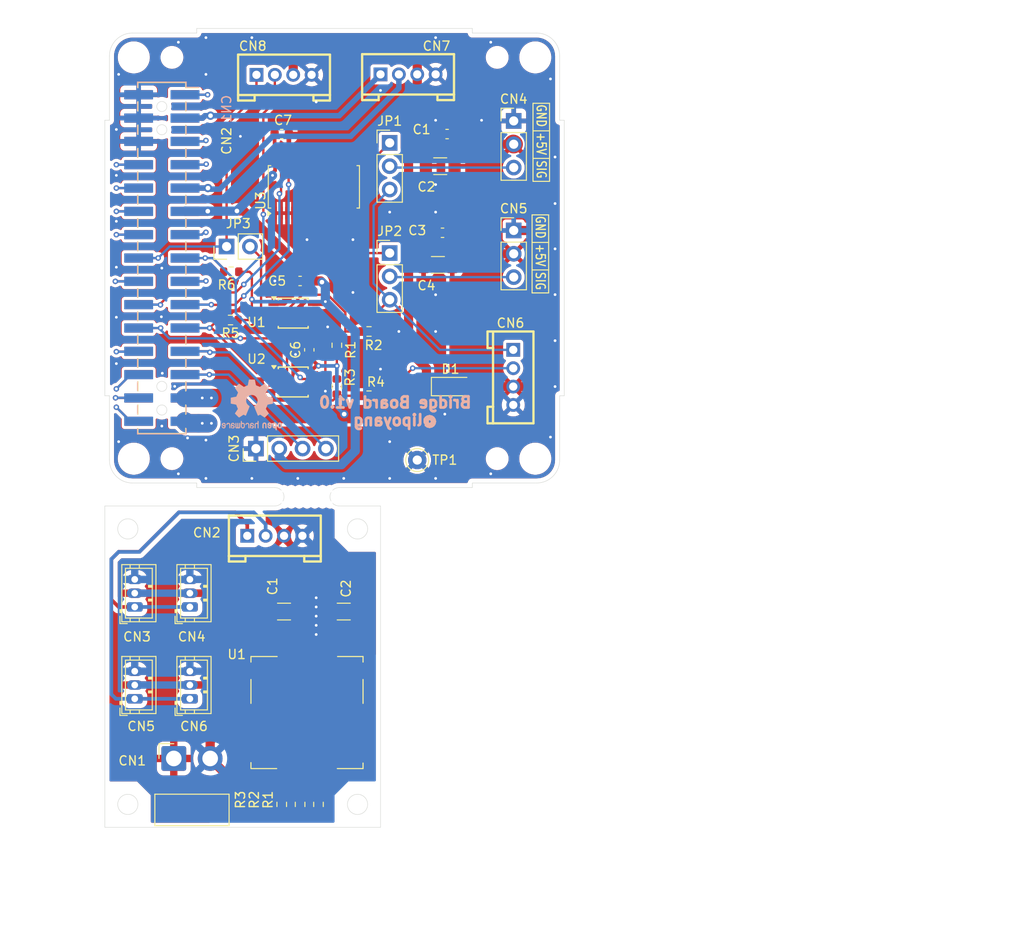
<source format=kicad_pcb>
(kicad_pcb (version 20241229) (generator "pcbnew") (generator_version "9.0")
  (title_block (date "2025-08-14") (rev "1.1"))
  (layers (0 "F.Cu" signal) (2 "B.Cu" signal) (13 "F.Paste" user) (15 "B.Paste" user) (5 "F.SilkS" user "F.Silkscreen") (7 "B.SilkS" user "B.Silkscreen") (1 "F.Mask" user) (3 "B.Mask" user) (25 "Edge.Cuts" user))
  (net 0 "")
  (net 1 "GND")
  (net 2 "+5V")
  (net 3 "/PIN30")
  (net 4 "/BAT")
  (net 5 "/PIN28")
  (net 6 "/PIN26")
  (net 7 "+3V3")
  (net 8 "+5VM")
  (net 9 "/PIN24")
  (net 10 "/RXD1")
  (net 11 "/TXD2")
  (net 12 "/RXD2")
  (net 13 "/PIN18")
  (net 14 "/PIN17")
  (net 15 "/PIN14")
  (net 16 "/PIN13")
  (net 17 "/PIN12")
  (net 18 "/PIN10")
  (net 19 "/PIN8")
  (net 20 "/PIN7")
  (net 21 "/PWM1")
  (net 22 "/PIN5")
  (net 23 "/PIN1")
  (net 24 "/ADC")
  (net 25 "/DAC")
  (net 26 "/TXD1")
  (net 27 "/PDM_CLK")
  (net 28 "/SDA")
  (net 29 "/PDM_DAT")
  (net 30 "/SCL")
  (net 31 "Net-(CN4-Pin_3)")
  (net 32 "Net-(CN5-Pin_3)")
  (net 33 "/SERIAL2")
  (net 34 "/SERIAL1")
  (net 35 "/PWM0")
  (net 36 "Net-(JP3-Pin_2)")
  (net 37 "Net-(R1-Pad2)")
  (net 38 "Net-(R3-Pad2)")
  (net 53 "VM")
  (net 54 "5VM")
  (net 55 "Net-(U1-TRIM)")
  (net 56 "Net-(R2-Pad2)")
  (footprint "OKL_T6_W12N:OKL-T_X-WXXN" (layer "F.Cu") (at 72 124.5)
    (property "Reference" "U1")
    (property "Value" "OKL-T/3-W12N")
  )
  (footprint "Capacitor_SMD:C_1206_3216Metric" (layer "F.Cu") (at 69.5 113.5)
    (property "Reference" "C1")
    (property "Value" "100u")
  )
  (footprint "Capacitor_SMD:C_0603_1608Metric" (layer "F.Cu") (at 86.75 72.25 180)
    (property "Reference" "C3")
    (property "Value" "0.1u")
  )
  (footprint "Resistor_SMD:R_0603_1608Metric" (layer "F.Cu") (at 71.25 134.5 90)
    (property "Reference" "R2")
    (property "Value" "330")
  )
  (footprint "m5-pantilt:mountinghole_M2_M3" (layer "F.Cu") (at 53.2 96.75 180)
    (property "Reference" "Hole3")
    (property "Value" "mountinghole_M2_M3")
  )
  (footprint "Connector_PinHeader_2.54mm:PinHeader_1x03_P2.54mm_Vertical" (layer "F.Cu") (at 81 62.46)
    (property "Reference" "JP1")
    (property "Value" "PinHeader")
  )
  (footprint "Connector_PinHeader_2.54mm:PinHeader_1x03_P2.54mm_Vertical" (layer "F.Cu") (at 94.5 72)
    (property "Reference" "CN5")
    (property "Value" "B3B-EH-A")
  )
  (footprint "Connector_PinHeader_2.54mm:PinHeader_1x04_P2.54mm_Vertical" (layer "F.Cu") (at 66.44 95.75 90)
    (property "Reference" "CN3")
    (property "Value" "PinHeader")
  )
  (footprint "Connector_PinHeader_2.54mm:PinHeader_1x03_P2.54mm_Vertical" (layer "F.Cu") (at 94.5 60.07)
    (property "Reference" "CN4")
    (property "Value" "B3B-EH-A")
  )
  (footprint "Connector_JST:JST_ZH_B3B-ZR_1x03_P1.50mm_Vertical" (layer "F.Cu") (at 59.25 123 90)
    (property "Reference" "CN6")
    (property "Value" "B3B-ZR")
  )
  (footprint "Connector_Pin:Pin_D1.0mm_L10.0mm" (layer "F.Cu") (at 84 97)
    (property "Reference" "TP1")
    (property "Value" "TestPin")
  )
  (footprint "Connector_PinHeader_2.54mm:PinHeader_1x03_P2.54mm_Vertical" (layer "F.Cu") (at 81 74.46)
    (property "Reference" "JP2")
    (property "Value" "PinHeader")
  )
  (footprint "Package_SO:TSSOP-8_3x3mm_P0.65mm" (layer "F.Cu") (at 70.5 81)
    (property "Reference" "U1")
    (property "Value" "74LVC2G125")
  )
  (footprint "Panelize:Mouse_Bite_2mm_5mm" (layer "F.Cu") (at 72 101)
    (property "Reference" "REF**" (hide yes))
    (property "Value" "Mouse_Bite_2mm_5mm")
  )
  (footprint "Grove:GROVE-HW4-2.0" (layer "F.Cu") (at 68.5 105.25)
    (property "Reference" "CN2")
    (property "Value" "Grove")
  )
  (footprint "Package_SO:TSSOP-8_3x3mm_P0.65mm" (layer "F.Cu") (at 70.5 88.5)
    (property "Reference" "U2")
    (property "Value" "74HCT2G125")
  )
  (footprint "Connector_JST:JST_ZH_B3B-ZR_1x03_P1.50mm_Vertical" (layer "F.Cu") (at 53.25 123 90)
    (property "Reference" "CN5")
    (property "Value" "B3B-ZR")
  )
  (footprint "Capacitor_SMD:C_1206_3216Metric_Pad1.33x1.80mm_HandSolder" (layer "F.Cu") (at 86.5 65)
    (property "Reference" "C2")
    (property "Value" "100u")
  )
  (footprint "Capacitor_SMD:C_0603_1608Metric" (layer "F.Cu") (at 72.25 85 90)
    (property "Reference" "C6")
    (property "Value" "0.1u")
  )
  (footprint "Grove:GROVE-HW4-2.0" (layer "F.Cu") (at 69.5 55.05)
    (property "Reference" "CN8")
    (property "Value" "Grove")
  )
  (footprint "Capacitor_SMD:C_1206_3216Metric" (layer "F.Cu") (at 76 113.5 180)
    (property "Reference" "C2")
    (property "Value" "100u")
  )
  (footprint "Connector_JST:JST_ZH_B3B-ZR_1x03_P1.50mm_Vertical" (layer "F.Cu") (at 53.25 113 90)
    (property "Reference" "CN3")
    (property "Value" "B3B-ZR")
  )
  (footprint "m5-pantilt:mountinghole_M2_M3" (layer "F.Cu") (at 96.8 96.95)
    (property "Reference" "Hole2")
    (property "Value" "mountinghole_M2_M3")
  )
  (footprint "Capacitor_SMD:C_1206_3216Metric_Pad1.33x1.80mm_HandSolder" (layer "F.Cu") (at 86.25 75.75 180)
    (property "Reference" "C4")
    (property "Value" "100u")
  )
  (footprint "Resistor_SMD:R_0603_1608Metric" (layer "F.Cu") (at 78.75 83 180)
    (property "Reference" "R2")
    (property "Value" "100")
  )
  (footprint "Capacitor_SMD:C_0603_1608Metric" (layer "F.Cu") (at 69.25 61.5)
    (property "Reference" "C7")
    (property "Value" "0.1u")
  )
  (footprint "Resistor_SMD:R_0603_1608Metric" (layer "F.Cu") (at 75.25 84.5 90)
    (property "Reference" "R1")
    (property "Value" "1k")
  )
  (footprint "Grove:GROVE-HW4-2.0" (layer "F.Cu") (at 83 55)
    (property "Reference" "CN7")
    (property "Value" "Grove")
  )
  (footprint "Connector_PinSocket_2.54mm:PinSocket_2x15_P2.54mm_Vertical_SMD" (layer "F.Cu") (at 56.2 75)
    (property "Reference" "CN2")
    (property "Value" "PinSocket")
  )
  (footprint "Connector_JST:JST_VH_B2PS-VH_1x02_P3.96mm_Horizontal" (layer "F.Cu") (at 57.5 129.5)
    (property "Reference" "CN1")
    (property "Value" "B2PS-VH")
  )
  (footprint "Package_SO:TSSOP-28_4.4x9.7mm_P0.65mm" (layer "F.Cu") (at 72.75 67.25 90)
    (property "Reference" "U3")
    (property "Value" "PCA9685PW")
  )
  (footprint "Connector_PinHeader_2.54mm:PinHeader_1x02_P2.54mm_Vertical" (layer "F.Cu") (at 63.25 73.75 90)
    (property "Reference" "JP3")
    (property "Value" "Conn_01x02_Pin")
  )
  (footprint "Resistor_SMD:R_0603_1608Metric" (layer "F.Cu") (at 75.25 89 -90)
    (property "Reference" "R3")
    (property "Value" "1k")
  )
  (footprint "Grove:GROVE-HW4-2.0" (layer "F.Cu") (at 94.45 88 -90)
    (property "Reference" "CN6")
    (property "Value" "Grove")
  )
  (footprint "m5-pantilt:mountinghole_M2_M3" (layer "F.Cu") (at 96.8 53.25)
    (property "Reference" "Hole1")
    (property "Value" "mountinghole_M2_M3")
  )
  (footprint "Resistor_SMD:R_0603_1608Metric" (layer "F.Cu") (at 73.25 134.5 -90)
    (property "Reference" "R1")
    (property "Value" "1k")
  )
  (footprint "Capacitor_SMD:C_0603_1608Metric" (layer "F.Cu") (at 71.25 77.5 180)
    (property "Reference" "C5")
    (property "Value" "0.1u")
  )
  (footprint "Resistor_SMD:R_0603_1608Metric" (layer "F.Cu") (at 78.75 90 180)
    (property "Reference" "R4")
    (property "Value" "100")
  )
  (footprint "Connector_JST:JST_ZH_B3B-ZR_1x03_P1.50mm_Vertical" (layer "F.Cu") (at 59.25 113 90)
    (property "Reference" "CN4")
    (property "Value" "B3B-ZR")
  )
  (footprint "Capacitor_SMD:C_0603_1608Metric" (layer "F.Cu") (at 87.25 61.5 180)
    (property "Reference" "C1")
    (property "Value" "0.1u")
  )
  (footprint "Resistor_SMD:R_0603_1608Metric" (layer "F.Cu") (at 63.675 81.75 180)
    (property "Reference" "R5")
    (property "Value" "1k")
  )
  (footprint "m5-pantilt:mountinghole_M2_M3" (layer "F.Cu") (at 53.2 53.05 180)
    (property "Reference" "Hole4")
    (property "Value" "mountinghole_M2_M3")
  )
  (footprint "Resistor_SMD:R_0603_1608Metric" (layer "F.Cu") (at 63.75 76.5 180)
    (property "Reference" "R6")
    (property "Value" "1k")
  )
  (footprint "Diode_SMD:D_SOD-123F" (layer "F.Cu") (at 87.75 89)
    (property "Reference" "D1")
    (property "Value" "SS2040FL")
  )
  (footprint "Resistor_SMD:R_0603_1608Metric" (layer "F.Cu") (at 69.25 134.5 -90)
    (property "Reference" "R3")
    (property "Value" "10")
  )
  (footprint "Connector_PinHeader_2.54mm:PinHeader_2x15_P2.54mm_Vertical_SMD" (layer "B.Cu") (at 56.2 75 180)
    (property "Reference" "CN1")
    (property "Value" "PinHeader")
  )
  (footprint "Symbol:OSHW-Logo2_7.3x6mm_SilkScreen" (layer "B.Cu") (at 66 91 180)
    (property "Reference" "REF**" (hide yes))
    (property "Value" "OSHW-Logo2_7.3x6mm_SilkScreen" (hide yes))
  )
  (gr_line (start 98.3 76.3) (end 96.5 76.3) (stroke (width 0.12)) (layer "F.SilkS"))
  (gr_line (start 98.4 61.15) (end 96.6 61.15) (stroke (width 0.12)) (layer "F.SilkS"))
  (gr_line (start 96.6 66.65) (end 98.4 66.65) (stroke (width 0.12)) (layer "F.SilkS"))
  (gr_line (start 98.4 58.15) (end 96.6 58.15) (stroke (width 0.12)) (layer "F.SilkS"))
  (gr_line (start 98.3 70.3) (end 98.3 78.8) (stroke (width 0.12)) (layer "F.SilkS"))
  (gr_line (start 98.4 64.15) (end 96.6 64.15) (stroke (width 0.12)) (layer "F.SilkS"))
  (gr_line (start 96.5 78.8) (end 98.3 78.8) (stroke (width 0.12)) (layer "F.SilkS"))
  (gr_line (start 98.3 70.3) (end 96.5 70.3) (stroke (width 0.12)) (layer "F.SilkS"))
  (gr_line (start 98.4 58.15) (end 98.4 66.65) (stroke (width 0.12)) (layer "F.SilkS"))
  (gr_line (start 96.6 58.15) (end 96.6 66.65) (stroke (width 0.12)) (layer "F.SilkS"))
  (gr_line (start 96.5 70.3) (end 96.5 78.8) (stroke (width 0.12)) (layer "F.SilkS"))
  (gr_line (start 98.3 73.3) (end 96.5 73.3) (stroke (width 0.12)) (layer "F.SilkS"))
  (gr_line (start 97 50.5) (end 90 50.5) (stroke (width 0.05)) (layer "Edge.Cuts"))
  (gr_line (start 80 102) (end 80 137) (stroke (width 0.05)) (layer "Edge.Cuts"))
  (gr_circle (center 77.5 134.5) (end 78.6 134.5) (stroke (width 0.05)) (fill no) (layer "Edge.Cuts"))
  (gr_line (start 60 50) (end 90 50) (stroke (width 0.05)) (layer "Edge.Cuts"))
  (gr_circle (center 56.2 91.55) (end 56.75 91.55) (stroke (width 0.05)) (fill no) (layer "Edge.Cuts"))
  (gr_line (start 50 60) (end 50.5 60) (stroke (width 0.05)) (layer "Edge.Cuts"))
  (gr_line (start 50.5 97) (end 50.5 90) (stroke (width 0.05)) (layer "Edge.Cuts"))
  (gr_line (start 60 100) (end 68.5 100) (stroke (width 0.05)) (layer "Edge.Cuts"))
  (gr_line (start 50 137) (end 50 102) (stroke (width 0.05)) (layer "Edge.Cuts"))
  (gr_circle (center 77.5 104.5) (end 78.6 104.5) (stroke (width 0.05)) (fill no) (layer "Edge.Cuts"))
  (gr_line (start 80 137) (end 50 137) (stroke (width 0.05)) (layer "Edge.Cuts"))
  (gr_arc (start 53 99.5) (mid 51.232233 98.767767) (end 50.5 97) (stroke (width 0.05)) (layer "Edge.Cuts"))
  (gr_line (start 99.5 90) (end 100 90) (stroke (width 0.05)) (layer "Edge.Cuts"))
  (gr_line (start 50 90) (end 50 60) (stroke (width 0.05)) (layer "Edge.Cuts"))
  (gr_line (start 60 99.5) (end 60 100) (stroke (width 0.05)) (layer "Edge.Cuts"))
  (gr_arc (start 68.5 100) (mid 69.5 101) (end 68.5 102) (stroke (width 0.05)) (layer "Edge.Cuts"))
  (gr_line (start 75.5 100) (end 90 100) (stroke (width 0.05)) (layer "Edge.Cuts"))
  (gr_line (start 90 50) (end 90 50.5) (stroke (width 0.05)) (layer "Edge.Cuts"))
  (gr_arc (start 50.5 53) (mid 51.232233 51.232233) (end 53 50.5) (stroke (width 0.05)) (layer "Edge.Cuts"))
  (gr_arc (start 97 50.5) (mid 98.767767 51.232233) (end 99.5 53) (stroke (width 0.05)) (layer "Edge.Cuts"))
  (gr_circle (center 56.2 88.9764) (end 56.75 88.9764) (stroke (width 0.05)) (fill no) (layer "Edge.Cuts"))
  (gr_line (start 99.5 60) (end 100 60) (stroke (width 0.05)) (layer "Edge.Cuts"))
  (gr_circle (center 56.2 58.5) (end 56.75 58.5) (stroke (width 0.05)) (fill no) (layer "Edge.Cuts"))
  (gr_arc (start 75.5 102) (mid 74.5 101) (end 75.5 100) (stroke (width 0.05)) (layer "Edge.Cuts"))
  (gr_line (start 99.5 97) (end 99.5 90) (stroke (width 0.05)) (layer "Edge.Cuts"))
  (gr_line (start 99.5 53) (end 99.5 60) (stroke (width 0.05)) (layer "Edge.Cuts"))
  (gr_circle (center 52.5 134.5) (end 53.6 134.5) (stroke (width 0.05)) (fill no) (layer "Edge.Cuts"))
  (gr_line (start 53 99.5) (end 60 99.5) (stroke (width 0.05)) (layer "Edge.Cuts"))
  (gr_line (start 50.5 90) (end 50 90) (stroke (width 0.05)) (layer "Edge.Cuts"))
  (gr_line (start 50.5 53) (end 50.5 60) (stroke (width 0.05)) (layer "Edge.Cuts"))
  (gr_line (start 75.5 102) (end 80 102) (stroke (width 0.05)) (layer "Edge.Cuts"))
  (gr_line (start 50 102) (end 68.5 102) (stroke (width 0.05)) (layer "Edge.Cuts"))
  (gr_line (start 60 50) (end 60 50.5) (stroke (width 0.05)) (layer "Edge.Cuts"))
  (gr_line (start 97 99.5) (end 90 99.5) (stroke (width 0.05)) (layer "Edge.Cuts"))
  (gr_line (start 90 99.5) (end 90 100) (stroke (width 0.05)) (layer "Edge.Cuts"))
  (gr_circle (center 56.2 61.029563) (end 56.75 61.029563) (stroke (width 0.05)) (fill no) (layer "Edge.Cuts"))
  (gr_line (start 53 50.5) (end 60 50.5) (stroke (width 0.05)) (layer "Edge.Cuts"))
  (gr_line (start 100 60) (end 100 90) (stroke (width 0.05)) (layer "Edge.Cuts"))
  (gr_arc (start 99.5 97) (mid 98.767767 98.767767) (end 97 99.5) (stroke (width 0.05)) (layer "Edge.Cuts"))
  (gr_circle (center 52.5 104.5) (end 53.6 104.5) (stroke (width 0.05)) (fill no) (layer "Edge.Cuts"))
  (gr_text "GND +5V SIG" (at 97.5 62.3 270) (layer "F.SilkS") (effects (font (size 1 0.8))))
  (gr_text "GND +5V SIG" (at 97.4 74.45 270) (layer "F.SilkS") (effects (font (size 1 0.8))))
  (gr_text "Bridge Board v1.0\n@lipoyang" (at 81.6 91.7 0) (layer "B.SilkS") (effects (font (size 1.2 1.2) (thickness 0.3)) (justify mirror)))
  (segment (start 61.46 129.5) (end 64.46 132.5) (width 1) (layer "F.Cu") (net 1))
  (segment (start 72.6125 89.475) (end 73.975 89.475) (width 0.254) (layer "F.Cu") (net 1))
  (segment (start 74.29 119.02) (end 74.29 115.235) (width 0.8) (layer "F.Cu") (net 1))
  (segment (start 73.975 89.475) (end 74 89.5) (width 0.254) (layer "F.Cu") (net 1))
  (segment (start 67.5 132.5) (end 67.5 134.5) (width 0.6) (layer "F.Cu") (net 1))
  (segment (start 66.5 88.5) (end 66.5 89.25) (width 0.254) (layer "F.Cu") (net 1))
  (segment (start 71.25 132.5) (end 67.5 132.5) (width 1) (layer "F.Cu") (net 1))
  (segment (start 94.5 72) (end 98.25 72) (width 1) (layer "F.Cu") (net 1))
  (segment (start 67.5 134.5) (end 68.325 135.325) (width 0.6) (layer "F.Cu") (net 1))
  (segment (start 61.46 127.590812) (end 64.550812 124.5) (width 1) (layer "F.Cu") (net 1))
  (segment (start 74.25 81.42953) (end 74.25 82.5) (width 0.254) (layer "F.Cu") (net 1))
  (segment (start 73.49547 80.675) (end 74.25 81.42953) (width 0.254) (layer "F.Cu") (net 1))
  (segment (start 72 119.02) (end 72 116.025) (width 0.8) (layer "F.Cu") (net 1))
  (segment (start 66.5 132.5) (end 67.5 132.5) (width 1) (layer "F.Cu") (net 1))
  (segment (start 66.825 88.175) (end 66.5 88.5) (width 0.254) (layer "F.Cu") (net 1))
  (segment (start 72 116.025) (end 70.975 115) (width 0.8) (layer "F.Cu") (net 1))
  (segment (start 66.725 89.475) (end 68.3875 89.475) (width 0.254) (layer "F.Cu") (net 1))
  (segment (start 68.325 135.325) (end 69.25 135.325) (width 0.6) (layer "F.Cu") (net 1))
  (segment (start 68.3875 77.6125) (end 68.5 77.5) (width 0.254) (layer "F.Cu") (net 1))
  (segment (start 74.525 113.5) (end 74.525 115) (width 0.8) (layer "F.Cu") (net 1))
  (segment (start 68.3875 80.025) (end 68.3875 77.6125) (width 0.254) (layer "F.Cu") (net 1))
  (segment (start 72 131.75) (end 71.25 132.5) (width 1) (layer "F.Cu") (net 1))
  (segment (start 64.46 132.5) (end 66.5 132.5) (width 1) (layer "F.Cu") (net 1))
  (segment (start 68.3875 88.175) (end 66.825 88.175) (width 0.254) (layer "F.Cu") (net 1))
  (segment (start 74.29 115.235) (end 74.525 115) (width 0.8) (layer "F.Cu") (net 1))
  (segment (start 64.550812 124.5) (end 66.4 124.5) (width 1) (layer "F.Cu") (net 1))
  (segment (start 61.46 129.5) (end 61.46 127.590812) (width 1) (layer "F.Cu") (net 1))
  (segment (start 72 129.98) (end 72 131.75) (width 1) (layer "F.Cu") (net 1))
  (segment (start 72.6125 80.675) (end 73.49547 80.675) (width 0.254) (layer "F.Cu") (net 1))
  (segment (start 70.975 113.5) (end 70.975 115) (width 0.8) (layer "F.Cu") (net 1))
  (segment (start 66.5 89.25) (end 66.725 89.475) (width 0.254) (layer "F.Cu") (net 1))
  (via (at 73 115) (size 0.6) (drill 0.3) (layers "F.Cu" "B.Cu") (net 1))
  (via (at 91 60) (size 0.6) (drill 0.3) (layers "F.Cu" "B.Cu") (net 1))
  (via (at 61 55) (size 0.6) (drill 0.3) (layers "F.Cu" "B.Cu") (net 1))
  (via (at 61 99) (size 0.6) (drill 0.3) (layers "F.Cu" "B.Cu") (net 1))
  (via (at 86 60) (size 0.6) (drill 0.3) (layers "F.Cu" "B.Cu") (net 1))
  (via (at 56.2 93.3) (size 0.6) (drill 0.3) (layers "F.Cu" "B.Cu") (net 1))
  (via (at 99 89) (size 0.6) (drill 0.3) (layers "F.Cu" "B.Cu") (net 1))
  (via (at 51.25 86.5) (size 0.6) (drill 0.3) (layers "F.Cu" "B.Cu") (net 1))
  (via (at 73 58) (size 0.6) (drill 0.3) (layers "F.Cu" "B.Cu") (net 1))
  (via (at 82 83) (size 0.6) (drill 0.3) (layers "F.Cu" "B.Cu") (net 1))
  (via (at 58 98.5) (size 0.6) (drill 0.3) (layers "F.Cu" "B.Cu") (net 1))
  (via (at 51.5 55) (size 0.6) (drill 0.3) (layers "F.Cu" "B.Cu") (net 1))
  (via (at 51.25 61) (size 0.6) (drill 0.3) (layers "F.Cu" "B.Cu") (net 1))
  (via (at 56.2 76.1) (size 0.6) (drill 0.3) (layers "F.Cu" "B.Cu") (net 1))
  (via (at 61 94.83) (size 0.6) (drill 0.3) (layers "F.Cu" "B.Cu") (net 1))
  (via (at 66 99) (size 0.6) (drill 0.3) (layers "F.Cu" "B.Cu") (net 1))
  (via (at 74 89.5) (size 0.6) (drill 0.3) (layers "F.Cu" "B.Cu") (net 1))
  (via (at 70.75 85.5) (size 0.6) (drill 0.3) (layers "F.Cu" "B.Cu") (net 1))
  (via (at 74.25 82.5) (size 0.6) (drill 0.3) (layers "F.Cu" "B.Cu") (net 1))
  (via (at 58 51.5) (size 0.6) (drill 0.3) (layers "F.Cu" "B.Cu") (net 1))
  (via (at 51.25 71) (size 0.6) (drill 0.3) (layers "F.Cu" "B.Cu") (net 1))
  (via (at 51.25 81.45) (size 0.6) (drill 0.3) (layers "F.Cu" "B.Cu") (net 1))
  (via (at 66 51) (size 0.6) (drill 0.3) (layers "F.Cu" "B.Cu") (net 1))
  (via (at 73 113) (size 0.6) (drill 0.3) (layers "F.Cu" "B.Cu") (net 1))
  (via (at 86 99) (size 0.6) (drill 0.3) (layers "F.Cu" "B.Cu") (net 1))
  (via (at 57.6 88.9764) (size 0.6) (drill 0.3) (layers "F.Cu" "B.Cu") (net 1))
  (via (at 99 69.068759) (size 0.6) (drill 0.3) (layers "F.Cu" "B.Cu") (net 1))
  (via (at 99 74) (size 0.6) (drill 0.3) (layers "F.Cu" "B.Cu") (net 1))
  (via (at 81 70) (size 0.6) (drill 0.3) (layers "F.Cu" "B.Cu") (net 1))
  (via (at 81 99) (size 0.6) (drill 0.3) (layers "F.Cu" "B.Cu") (net 1))
  (via (at 73 112) (size 0.6) (drill 0.3) (layers "F.Cu" "B.Cu") (net 1))
  (via (at 56.25 87.55) (size 0.6) (drill 0.3) (layers "F.Cu" "B.Cu") (net 1))
  (via (at 86 83) (size 0.6) (drill 0.3) (layers "F.Cu" "B.Cu") (net 1))
  (via (at 77 78.75) (size 0.6) (drill 0.3) (layers "F.Cu" "B.Cu") (net 1))
  (via (at 56.15 81.4) (size 0.6) (drill 0.3) (layers "F.Cu" "B.Cu") (net 1))
  (via (at 98.5 55.5) (size 0.6) (drill 0.3) (layers "F.Cu" "B.Cu") (net 1))
  (via (at 59 94.6) (size 0.6) (drill 0.3) (layers "F.Cu" "B.Cu") (net 1))
  (via (at 81 95) (size 0.6) (drill 0.3) (layers "F.Cu" "B.Cu") (net 1))
  (via (at 68.5 77.5) (size 0.6) (drill 0.3) (layers "F.Cu" "B.Cu") (net 1))
  (via (at 80 87.097227) (size 0.6) (drill 0.3) (layers "F.Cu" "B.Cu") (net 1))
  (via (at 86 67) (size 0.6) (drill 0.3) (layers "F.Cu" "B.Cu") (net 1))
  (via (at 99 64) (size 0.6) (drill 0.3) (layers "F.Cu" "B.Cu") (net 1))
  (via (at 92 98.5) (size 0.6) (drill 0.3) (layers "F.Cu" "B.Cu") (net 1))
  (via (at 73 114) (size 0.6) (drill 0.3) (layers "F.Cu" "B.Cu") (net 1))
  (via (at 80 56.75) (size 0.6) (drill 0.3) (layers "F.Cu" "B.Cu") (net 1))
  (via (at 51.25 66) (size 0.6) (drill 0.3) (layers "F.Cu" "B.Cu") (net 1))
  (via (at 51.25 76) (size 0.6) (drill 0.3) (layers "F.Cu" "B.Cu") (net 1))
  (via (at 99 84) (size 0.6) (drill 0.3) (layers "F.Cu" "B.Cu") (net 1))
  (via (at 86 79) (size 0.6) (drill 0.3) (layers "F.Cu" "B.Cu") (net 1))
  (via (at 99 78.985951) (size 0.6) (drill 0.3) (layers "F.Cu" "B.Cu") (net 1))
  (via (at 72 73) (size 0.6) (drill 0.3) (layers "F.Cu" "B.Cu") (net 1))
  (via (at 86 51) (size 0.6) (drill 0.3) (layers "F.Cu" "B.Cu") (net 1))
  (via (at 61 51) (size 0.6) (drill 0.3) (layers "F.Cu" "B.Cu") (net 1))
  (via (at 77 73) (size 0.6) (drill 0.3) (layers "F.Cu" "B.Cu") (net 1))
  (via (at 92 51.5) (size 0.6) (drill 0.3) (layers "F.Cu" "B.Cu") (net 1))
  (via (at 73 116) (size 0.6) (drill 0.3) (layers "F.Cu" "B.Cu") (net 1))
  (via (at 71 99) (size 0.6) (drill 0.3) (layers "F.Cu" "B.Cu") (net 1))
  (via (at 76 99) (size 0.6) (drill 0.3) (layers "F.Cu" "B.Cu") (net 1))
  (via (at 64.75 61.75) (size 0.6) (drill 0.3) (layers "F.Cu" "B.Cu") (net 1))
  (via (at 98.5 94.5) (size 0.6) (drill 0.3) (layers "F.Cu" "B.Cu") (net 1))
  (via (at 87 92) (size 0.6) (drill 0.3) (layers "F.Cu" "B.Cu") (net 1))
  (via (at 86 70) (size 0.6) (drill 0.3) (layers "F.Cu" "B.Cu") (net 1))
  (via (at 51.5 95) (size 0.6) (drill 0.3) (layers "F.Cu" "B.Cu") (net 1))
  (segment (start 59.25 110) (end 53.25 110) (width 0.8) (layer "B.Cu") (net 1))
  (segment (start 59.25 120) (end 53.25 120) (width 0.8) (layer "B.Cu") (net 1))
  (segment (start 75.5 85.325) (end 75.25 85.575) (width 0.254) (layer "F.Cu") (net 2))
  (segment (start 71.75 51.75) (end 70.5 53) (width 1) (layer "F.Cu") (net 2))
  (segment (start 73 86.75) (end 72.6125 87.1375) (width 0.4) (layer "F.Cu") (net 2))
  (segment (start 75.25 87.925) (end 75.5 88.175) (width 0.254) (layer "F.Cu") (net 2))
  (segment (start 82 92) (end 85 89) (width 2) (layer "F.Cu") (net 2))
  (segment (start 84 55) (end 84 53) (width 1) (layer "F.Cu") (net 2))
  (segment (start 75.25 85.575) (end 75.25 86.75) (width 0.254) (layer "F.Cu") (net 2))
  (segment (start 72.525 86.025) (end 73.25 86.75) (width 0.4) (layer "F.Cu") (net 2))
  (segment (start 72.25 86.025) (end 72.525 86.025) (width 0.4) (layer "F.Cu") (net 2))
  (segment (start 82.75 51.75) (end 71.75 51.75) (width 1) (layer "F.Cu") (net 2))
  (segment (start 76.046 92) (end 65.76 92) (width 2) (layer "F.Cu") (net 2))
  (segment (start 72.6125 87.1375) (end 72.6125 87.525) (width 0.4) (layer "F.Cu") (net 2))
  (segment (start 75.25 86.75) (end 75.25 87.925) (width 0.254) (layer "F.Cu") (net 2))
  (segment (start 84 62.75) (end 83.055 63.695) (width 1) (layer "F.Cu") (net 2))
  (segment (start 65.76 92) (end 64 90.24) (width 2) (layer "F.Cu") (net 2))
  (segment (start 84 53) (end 82.75 51.75) (width 1) (layer "F.Cu") (net 2))
  (segment (start 76.046 92) (end 82 92) (width 2) (layer "F.Cu") (net 2))
  (segment (start 70.5 53) (end 70.5 55.05) (width 1) (layer "F.Cu") (net 2))
  (segment (start 83.055 63.695) (end 83.055 85.063004) (width 1) (layer "F.Cu") (net 2))
  (segment (start 64 90.24) (end 58.72 90.24) (width 2) (layer "F.Cu") (net 2))
  (segment (start 73.25 86.75) (end 73 86.75) (width 0.4) (layer "F.Cu") (net 2))
  (segment (start 84 55) (end 84 62.75) (width 1) (layer "F.Cu") (net 2))
  (segment (start 83.055 85.063004) (end 85 87.008004) (width 1) (layer "F.Cu") (net 2))
  (segment (start 85 87.008004) (end 85 89) (width 1) (layer "F.Cu") (net 2))
  (segment (start 85 89) (end 86.35 89) (width 2) (layer "F.Cu") (net 2))
  (via (at 61.6 90.24) (size 0.6) (drill 0.3) (layers "F.Cu" "B.Cu") (net 2))
  (via (at 60.6 90.24) (size 0.6) (drill 0.3) (layers "F.Cu" "B.Cu") (net 2))
  (via (at 75.25 86.75) (size 0.6) (drill 0.3) (layers "F.Cu" "B.Cu") (net 2))
  (via (at 73.25 86.75) (size 0.6) (drill 0.3) (layers "F.Cu" "B.Cu") (net 2))
  (via (at 76.046 92) (size 0.9) (drill 0.5) (layers "F.Cu" "B.Cu") (net 2))
  (segment (start 58.725 90.24) (end 61.36 90.24) (width 2) (layer "B.Cu") (net 2))
  (segment (start 75.25 91.25) (end 75.25 86.75) (width 0.4) (layer "B.Cu") (net 2))
  (segment (start 76 92) (end 75.25 91.25) (width 0.4) (layer "B.Cu") (net 2))
  (segment (start 75.25 86.75) (end 73.25 86.75) (width 0.4) (layer "B.Cu") (net 2))
  (segment (start 76.046 92) (end 76 92) (width 0.4) (layer "B.Cu") (net 2))
  (segment (start 52.402 92.402) (end 52.402 92.75) (width 0.254) (layer "F.Cu") (net 3))
  (segment (start 51.25 91.25) (end 52.402 92.402) (width 0.254) (layer "F.Cu") (net 3))
  (segment (start 52.402 92.75) (end 52.432 92.78) (width 0.254) (layer "F.Cu") (net 3))
  (segment (start 52.432 92.78) (end 53.68 92.78) (width 0.254) (layer "F.Cu") (net 3))
  (via (at 51.25 91.25) (size 0.6) (drill 0.3) (layers "F.Cu" "B.Cu") (net 3))
  (segment (start 51.25 91.25) (end 52.402 92.402) (width 0.254) (layer "B.Cu") (net 3))
  (segment (start 52.432 92.78) (end 53.675 92.78) (width 0.254) (layer "B.Cu") (net 3))
  (segment (start 52.402 92.75) (end 52.432 92.78) (width 0.254) (layer "B.Cu") (net 3))
  (segment (start 52.402 92.402) (end 52.402 92.75) (width 0.254) (layer "B.Cu") (net 3))
  (segment (start 58.94 93) (end 58.72 92.78) (width 2) (layer "F.Cu") (net 4))
  (segment (start 61.25 93) (end 58.94 93) (width 2) (layer "F.Cu") (net 4))
  (via (at 61.6 93) (size 0.6) (drill 0.3) (layers "F.Cu" "B.Cu") (net 4))
  (via (at 60.6 93) (size 0.6) (drill 0.3) (layers "F.Cu" "B.Cu") (net 4))
  (segment (start 61.25 93) (end 60.2 93) (width 2) (layer "B.Cu") (net 4))
  (segment (start 60.2 93) (end 58.945 93) (width 2) (layer "B.Cu") (net 4))
  (segment (start 58.945 93) (end 58.725 92.78) (width 2) (layer "B.Cu") (net 4))
  (segment (start 51.161503 90.225209) (end 52.58298 90.225209) (width 0.254) (layer "F.Cu") (net 5))
  (segment (start 52.58298 90.225209) (end 52.597771 90.24) (width 0.254) (layer "F.Cu") (net 5))
  (segment (start 52.597771 90.24) (end 53.68 90.24) (width 0.254) (layer "F.Cu") (net 5))
  (via (at 51.161503 90.225209) (size 0.6) (drill 0.3) (layers "F.Cu" "B.Cu") (net 5))
  (segment (start 52.58298 90.225209) (end 52.597771 90.24) (width 0.254) (layer "B.Cu") (net 5))
  (segment (start 51.161503 90.225209) (end 52.58298 90.225209) (width 0.254) (layer "B.Cu") (net 5))
  (segment (start 52.597771 90.24) (end 53.675 90.24) (width 0.254) (layer "B.Cu") (net 5))
  (segment (start 52.902 87.7) (end 53.68 87.7) (width 0.254) (layer "F.Cu") (net 6))
  (segment (start 52.8 87.7) (end 51.25 89.25) (width 0.254) (layer "F.Cu") (net 6))
  (segment (start 52.852 87.75) (end 52.902 87.7) (width 0.254) (layer "F.Cu") (net 6))
  (segment (start 52.902 87.7) (end 52.8 87.7) (width 0.254) (layer "F.Cu") (net 6))
  (via (at 51.25 89.25) (size 0.6) (drill 0.3) (layers "F.Cu" "B.Cu") (net 6))
  (segment (start 52.902 87.7) (end 52.8 87.7) (width 0.254) (layer "B.Cu") (net 6))
  (segment (start 52.902 87.7) (end 53.675 87.7) (width 0.254) (layer "B.Cu") (net 6))
  (segment (start 52.8 87.7) (end 51.25 89.25) (width 0.254) (layer "B.Cu") (net 6))
  (segment (start 52.852 87.75) (end 52.902 87.7) (width 0.254) (layer "B.Cu") (net 6))
  (segment (start 68.475 64.3425) (end 68.52 64.3875) (width 0.4) (layer "F.Cu") (net 7))
  (segment (start 73.725 80.025) (end 74 79.75) (width 0.4) (layer "F.Cu") (net 7))
  (segment (start 72 76.75) (end 72 77.5) (width 1) (layer "F.Cu") (net 7))
  (segment (start 65.125 69.875) (end 72 76.75) (width 1) (layer "F.Cu") (net 7))
  (segment (start 72 77.5) (end 72.025 77.5) (width 0.254) (layer "F.Cu") (net 7))
  (segment (start 64.375 69.875) (end 65.125 69.875) (width 1) (layer "F.Cu") (net 7))
  (segment (start 68.25 65.75) (end 68.25 66) (width 0.4) (layer "F.Cu") (net 7))
  (segment (start 61.18 69.92) (end 61.2 69.9) (width 1) (layer "F.Cu") (net 7))
  (segment (start 68.475 62) (end 68.475 64.3425) (width 0.4) (layer "F.Cu") (net 7))
  (segment (start 64.575 76.5) (end 65.75 76.5) (width 0.254) (layer "F.Cu") (net 7))
  (segment (start 66 79.5) (end 66 81.5) (width 0.254) (layer "F.Cu") (net 7))
  (segment (start 65.75 81.75) (end 64.5 81.75) (width 0.254) (layer "F.Cu") (net 7))
  (segment (start 65.75 76.5) (end 66 76.75) (width 0.254) (layer "F.Cu") (net 7))
  (segment (start 72.025 77.5) (end 73.5 77.5) (width 1) (layer "F.Cu") (net 7))
  (segment (start 68.525 64.3875) (end 68.525 65.475) (width 0.4) (layer "F.Cu") (net 7))
  (segment (start 66 76.75) (end 66 79.5) (width 0.254) (layer "F.Cu") (net 7))
  (segment (start 72.6125 80.025) (end 73.725 80.025) (width 0.4) (layer "F.Cu") (net 7))
  (segment (start 58.72 69.92) (end 61.18 69.92) (width 1) (layer "F.Cu") (net 7))
  (segment (start 68.525 64.3875) (end 68.491 64.4215) (width 0.254) (layer "F.Cu") (net 7))
  (segment (start 66 81.5) (end 65.75 81.75) (width 0.254) (layer "F.Cu") (net 7))
  (segment (start 73.5 77.5) (end 73.625 77.625) (width 0.254) (layer "F.Cu") (net 7))
  (segment (start 68.525 65.475) (end 68.25 65.75) (width 0.4) (layer "F.Cu") (net 7))
  (via (at 68.25 66) (size 0.6) (drill 0.3) (layers "F.Cu" "B.Cu") (net 7))
  (via (at 66 79.5) (size 0.6) (drill 0.3) (layers "F.Cu" "B.Cu") (net 7))
  (via (at 73.625 77.625) (size 0.9) (drill 0.5) (layers "F.Cu" "B.Cu") (net 7))
  (via (at 64.375 69.875) (size 0.9) (drill 0.5) (layers "F.Cu" "B.Cu") (net 7))
  (via (at 61.2 69.9) (size 0.9) (drill 0.5) (layers "F.Cu" "B.Cu") (net 7))
  (via (at 74 79.75) (size 0.6) (drill 0.3) (layers "F.Cu" "B.Cu") (net 7))
  (segment (start 64.375 69.875) (end 64.35 69.9) (width 0.254) (layer "B.Cu") (net 7))
  (segment (start 68.25 66) (end 64.375 69.875) (width 1) (layer "B.Cu") (net 7))
  (segment (start 75.75 97.5) (end 77.25 96) (width 1) (layer "B.Cu") (net 7))
  (segment (start 61.2 69.9) (end 58.745 69.9) (width 1) (layer "B.Cu") (net 7))
  (segment (start 68.98 95.75) (end 68.98 96.73) (width 1) (layer "B.Cu") (net 7))
  (segment (start 66.25 79.75) (end 66 79.5) (width 0.4) (layer "B.Cu") (net 7))
  (segment (start 74 78) (end 74 79.75) (width 1) (layer "B.Cu") (net 7))
  (segment (start 77.25 83) (end 74 79.75) (width 1) (layer "B.Cu") (net 7))
  (segment (start 77.25 96) (end 77.25 83) (width 1) (layer "B.Cu") (net 7))
  (segment (start 69.75 97.5) (end 75.75 97.5) (width 1) (layer "B.Cu") (net 7))
  (segment (start 68.98 96.73) (end 69.75 97.5) (width 1) (layer "B.Cu") (net 7))
  (segment (start 74 79.75) (end 66.25 79.75) (width 0.4) (layer "B.Cu") (net 7))
  (segment (start 64.35 69.9) (end 61.2 69.9) (width 1) (layer "B.Cu") (net 7))
  (segment (start 73.625 77.625) (end 74 78) (width 1) (layer "B.Cu") (net 7))
  (segment (start 58.745 69.9) (end 58.725 69.92) (width 1) (layer "B.Cu") (net 7))
  (segment (start 87.525 72.25) (end 87.525 74.4625) (width 0.6) (layer "F.Cu") (net 8))
  (segment (start 91.29 74.75) (end 91.5 74.54) (width 0.6) (layer "F.Cu") (net 8))
  (segment (start 94.5 74.54) (end 90.96 74.54) (width 1) (layer "F.Cu") (net 8))
  (segment (start 94.5 62.61) (end 91.61 62.61) (width 1) (layer "F.Cu") (net 8))
  (segment (start 89.5 62.75) (end 90.22 63.47) (width 0.6) (layer "F.Cu") (net 8))
  (segment (start 87.8125 74.75) (end 90.75 74.75) (width 0.6) (layer "F.Cu") (net 8))
  (segment (start 91.61 62.61) (end 90.75 63.47) (width 1) (layer "F.Cu") (net 8))
  (segment (start 90.75 89) (end 89.15 89) (width 2) (layer "F.Cu") (net 8))
  (segment (start 90.22 63.47) (end 90.75 63.47) (width 0.6) (layer "F.Cu") (net 8))
  (segment (start 88.025 61.5) (end 89.275 62.75) (width 0.6) (layer "F.Cu") (net 8))
  (segment (start 90.75 63.47) (end 90.75 89) (width 1) (layer "F.Cu") (net 8))
  (segment (start 89.15 89) (end 94.45 89) (width 1) (layer "F.Cu") (net 8))
  (segment (start 90.75 74.75) (end 91.29 74.75) (width 0.6) (layer "F.Cu") (net 8))
  (segment (start 89.275 62.75) (end 89.5 62.75) (width 0.6) (layer "F.Cu") (net 8))
  (segment (start 94.5 62.61) (end 94.4525 62.5625) (width 2) (layer "F.Cu") (net 8))
  (segment (start 87.525 74.4625) (end 87.8125 74.75) (width 0.6) (layer "F.Cu") (net 8))
  (segment (start 90.96 74.54) (end 90.75 74.75) (width 1) (layer "F.Cu") (net 8))
  (segment (start 94.45 89) (end 96 89) (width 1) (layer "F.Cu") (net 8))
  (segment (start 53.64 85.2) (end 53.68 85.16) (width 0.254) (layer "F.Cu") (net 9))
  (segment (start 51.25 85.2) (end 53.64 85.2) (width 0.254) (layer "F.Cu") (net 9))
  (via (at 51.25 85.2) (size 0.6) (drill 0.3) (layers "F.Cu" "B.Cu") (net 9))
  (segment (start 51.25 85.2) (end 53.635 85.2) (width 0.254) (layer "B.Cu") (net 9))
  (segment (start 53.635 85.2) (end 53.675 85.16) (width 0.254) (layer "B.Cu") (net 9))
  (segment (start 71.175 81.325) (end 72.6125 81.325) (width 0.254) (layer "F.Cu") (net 10))
  (segment (start 56.07 82.62) (end 53.68 82.62) (width 0.254) (layer "F.Cu") (net 10))
  (segment (start 64.75 83.75) (end 68.75 83.75) (width 0.254) (layer "F.Cu") (net 10))
  (segment (start 68.75 83.75) (end 71.175 81.325) (width 0.254) (layer "F.Cu") (net 10))
  (via (at 56.07 82.62) (size 0.6) (drill 0.3) (layers "F.Cu" "B.Cu") (net 10))
  (via (at 64.75 83.75) (size 0.6) (drill 0.3) (layers "F.Cu" "B.Cu") (net 10))
  (segment (start 56.07 82.62) (end 56.07 82.819998) (width 0.254) (layer "B.Cu") (net 10))
  (segment (start 56.15 82.899998) (end 56.15 82.9) (width 0.254) (layer "B.Cu") (net 10))
  (segment (start 56.07 82.819998) (end 56.15 82.899998) (width 0.254) (layer "B.Cu") (net 10))
  (segment (start 57 83.75) (end 64.75 83.75) (width 0.254) (layer "B.Cu") (net 10))
  (segment (start 56.15 82.9) (end 57 83.75) (width 0.254) (layer "B.Cu") (net 10))
  (segment (start 56.07 82.62) (end 53.675 82.62) (width 0.254) (layer "B.Cu") (net 10))
  (segment (start 62.925 76.5) (end 62.925 76.175) (width 0.254) (layer "F.Cu") (net 11))
  (segment (start 60.92 75) (end 58.72 75) (width 0.254) (layer "F.Cu") (net 11))
  (segment (start 67.25 70.25) (end 67.25 59.25) (width 0.254) (layer "F.Cu") (net 11))
  (segment (start 72.6125 88.175) (end 71.425 88.175) (width 0.254) (layer "F.Cu") (net 11))
  (segment (start 71.425 88.175) (end 71.25 88) (width 0.254) (layer "F.Cu") (net 11))
  (segment (start 67.25 59.25) (end 68.5 58) (width 0.254) (layer "F.Cu") (net 11))
  (segment (start 68.5 58) (end 68.5 55.05) (width 0.254) (layer "F.Cu") (net 11))
  (segment (start 62.925 76.175) (end 61.75 75) (width 0.254) (layer "F.Cu") (net 11))
  (segment (start 61.75 75) (end 60.92 75) (width 0.254) (layer "F.Cu") (net 11))
  (via (at 71.25 88) (size 0.6) (drill 0.3) (layers "F.Cu" "B.Cu") (net 11))
  (via (at 67.25 70.25) (size 0.6) (drill 0.3) (layers "F.Cu" "B.Cu") (net 11))
  (via (at 60.92 75) (size 0.6) (drill 0.3) (layers "F.Cu" "B.Cu") (net 11))
  (segment (start 64.25 81) (end 64.25 77.5) (width 0.254) (layer "B.Cu") (net 11))
  (segment (start 61.6 75) (end 61.61 75.01) (width 0.254) (layer "B.Cu") (net 11))
  (segment (start 60.92 75) (end 58.725 75) (width 0.254) (layer "B.Cu") (net 11))
  (segment (start 67.25 70.25) (end 67.25 74.5) (width 0.254) (layer "B.Cu") (net 11))
  (segment (start 61.76 75.01) (end 64.25 77.5) (width 0.254) (layer "B.Cu") (net 11))
  (segment (start 67.25 74.5) (end 64.25 77.5) (width 0.254) (layer "B.Cu") (net 11))
  (segment (start 60.92 75) (end 61.6 75) (width 0.254) (layer "B.Cu") (net 11))
  (segment (start 61.61 75.01) (end 61.76 75.01) (width 0.254) (layer "B.Cu") (net 11))
  (segment (start 71.25 88) (end 64.25 81) (width 0.254) (layer "B.Cu") (net 11))
  (segment (start 66.5 57.25) (end 63.25 60.5) (width 0.254) (layer "F.Cu") (net 12))
  (segment (start 66.5 55.05) (end 66.5 57.25) (width 0.254) (layer "F.Cu") (net 12))
  (segment (start 55.8 75) (end 53.68 75) (width 0.254) (layer "F.Cu") (net 12))
  (segment (start 63.25 60.5) (end 63.25 73.75) (width 0.254) (layer "F.Cu") (net 12))
  (via (at 55.8 75) (size 0.6) (drill 0.3) (layers "F.Cu" "B.Cu") (net 12))
  (segment (start 53.675 75) (end 55.8 75) (width 0.254) (layer "B.Cu") (net 12))
  (segment (start 57.05 73.75) (end 63.225 73.75) (width 0.254) (layer "B.Cu") (net 12))
  (segment (start 55.8 75) (end 57.05 73.75) (width 0.254) (layer "B.Cu") (net 12))
  (segment (start 51.14 77.54) (end 53.68 77.54) (width 0.254) (layer "F.Cu") (net 13))
  (via (at 51.14 77.54) (size 0.6) (drill 0.3) (layers "F.Cu" "B.Cu") (net 13))
  (segment (start 53.675 77.54) (end 51.14 77.54) (width 0.254) (layer "B.Cu") (net 13))
  (segment (start 61 77.5) (end 60.96 77.54) (width 0.254) (layer "F.Cu") (net 14))
  (segment (start 60.96 77.54) (end 58.72 77.54) (width 0.254) (layer "F.Cu") (net 14))
  (via (at 61 77.5) (size 0.6) (drill 0.3) (layers "F.Cu" "B.Cu") (net 14))
  (segment (start 61 77.5) (end 60.96 77.54) (width 0.254) (layer "B.Cu") (net 14))
  (segment (start 60.96 77.54) (end 58.725 77.54) (width 0.254) (layer "B.Cu") (net 14))
  (segment (start 53.68 72.46) (end 51.25 72.46) (width 0.254) (layer "F.Cu") (net 15))
  (via (at 51.25 72.46) (size 0.6) (drill 0.3) (layers "F.Cu" "B.Cu") (net 15))
  (segment (start 51.25 72.46) (end 53.675 72.46) (width 0.254) (layer "B.Cu") (net 15))
  (segment (start 61 72.2016) (end 60.8096 72.2016) (width 0.254) (layer "F.Cu") (net 16))
  (segment (start 60.8096 72.2016) (end 60.5512 72.46) (width 0.254) (layer "F.Cu") (net 16))
  (segment (start 60.5512 72.46) (end 58.72 72.46) (width 0.254) (layer "F.Cu") (net 16))
  (via (at 61 72.2016) (size 0.6) (drill 0.3) (layers "F.Cu" "B.Cu") (net 16))
  (segment (start 60.82 72.2) (end 60.56 72.46) (width 0.254) (layer "B.Cu") (net 16))
  (segment (start 60.56 72.46) (end 58.725 72.46) (width 0.254) (layer "B.Cu") (net 16))
  (segment (start 60.9984 72.2) (end 60.82 72.2) (width 0.254) (layer "B.Cu") (net 16))
  (segment (start 61 72.2016) (end 60.9984 72.2) (width 0.254) (layer "B.Cu") (net 16))
  (segment (start 53.68 69.92) (end 51.25 69.92) (width 0.254) (layer "F.Cu") (net 17))
  (via (at 51.25 69.92) (size 0.6) (drill 0.3) (layers "F.Cu" "B.Cu") (net 17))
  (segment (start 51.25 69.92) (end 53.675 69.92) (width 0.254) (layer "B.Cu") (net 17))
  (segment (start 53.68 67.38) (end 51.124 67.38) (width 0.254) (layer "F.Cu") (net 18))
  (via (at 51.25 67.38) (size 0.6) (drill 0.3) (layers "F.Cu" "B.Cu") (net 18))
  (segment (start 51.124 67.38) (end 53.675 67.38) (width 0.254) (layer "B.Cu") (net 18))
  (segment (start 53.68 64.84) (end 51.124 64.84) (width 0.254) (layer "F.Cu") (net 19))
  (via (at 51.25 64.84) (size 0.6) (drill 0.3) (layers "F.Cu" "B.Cu") (net 19))
  (segment (start 51.124 64.84) (end 53.675 64.84) (width 0.254) (layer "B.Cu") (net 19))
  (segment (start 60.96 64.84) (end 58.72 64.84) (width 0.254) (layer "F.Cu") (net 20))
  (segment (start 61.025 64.775) (end 60.96 64.84) (width 0.254) (layer "F.Cu") (net 20))
  (via (at 61.025 64.775) (size 0.6) (drill 0.3) (layers "F.Cu" "B.Cu") (net 20))
  (segment (start 60.96 64.84) (end 58.725 64.84) (width 0.254) (layer "B.Cu") (net 20))
  (segment (start 61.025 64.775) (end 60.96 64.84) (width 0.254) (layer "B.Cu") (net 20))
  (segment (start 81 74.46) (end 75.46 74.46) (width 0.254) (layer "F.Cu") (net 21))
  (segment (start 72.425 71.425) (end 72.425 70.1125) (width 0.254) (layer "F.Cu") (net 21))
  (segment (start 75.46 74.46) (end 72.425 71.425) (width 0.254) (layer "F.Cu") (net 21))
  (segment (start 61 62.2) (end 60.9 62.3) (width 0.254) (layer "F.Cu") (net 22))
  (segment (start 60.9 62.3) (end 58.72 62.3) (width 0.254) (layer "F.Cu") (net 22))
  (via (at 61 62.2) (size 0.6) (drill 0.3) (layers "F.Cu" "B.Cu") (net 22))
  (segment (start 60.9 62.3) (end 58.725 62.3) (width 0.254) (layer "B.Cu") (net 22))
  (segment (start 61 62.2) (end 60.9 62.3) (width 0.254) (layer "B.Cu") (net 22))
  (segment (start 58.72 57.22) (end 61.18 57.22) (width 0.254) (layer "F.Cu") (net 23))
  (via (at 61.18 57.22) (size 0.6) (drill 0.3) (layers "F.Cu" "B.Cu") (net 23))
  (segment (start 61.18 57.22) (end 58.725 57.22) (width 0.254) (layer "B.Cu") (net 23))
  (segment (start 60.64 59.76) (end 58.72 59.76) (width 0.6) (layer "F.Cu") (net 24))
  (segment (start 60.9 59.5) (end 60.64 59.76) (width 0.6) (layer "F.Cu") (net 24))
  (segment (start 61.5 59.5) (end 60.9 59.5) (width 0.6) (layer "F.Cu") (net 24))
  (via (at 61.5 59.5) (size 0.9) (drill 0.5) (layers "F.Cu" "B.Cu") (net 24))
  (segment (start 60.64 59.76) (end 58.725 59.76) (width 0.6) (layer "B.Cu") (net 24))
  (segment (start 60.9 59.5) (end 60.64 59.76) (width 0.6) (layer "B.Cu") (net 24))
  (segment (start 75.5 59.5) (end 61.1 59.5) (width 0.6) (layer "B.Cu") (net 24))
  (segment (start 61.1 59.5) (end 61.5 59.5) (width 0.4) (layer "B.Cu") (net 24))
  (segment (start 61.5 59.5) (end 60.9 59.5) (width 0.6) (layer "B.Cu") (net 24))
  (segment (start 80 55) (end 75.5 59.5) (width 0.6) (layer "B.Cu") (net 24))
  (segment (start 61.22 67.38) (end 58.72 67.38) (width 0.6) (layer "F.Cu") (net 25))
  (via (at 61.22 67.38) (size 0.9) (drill 0.5) (layers "F.Cu" "B.Cu") (net 25))
  (segment (start 61.34 67.5) (end 61.22 67.38) (width 0.6) (layer "B.Cu") (net 25))
  (segment (start 58.725 67.38) (end 61.22 67.38) (width 0.6) (layer "B.Cu") (net 25))
  (segment (start 76.75 61.75) (end 68.25 61.75) (width 0.6) (layer "B.Cu") (net 25))
  (segment (start 82 56.5) (end 76.75 61.75) (width 0.6) (layer "B.Cu") (net 25))
  (segment (start 68.25 61.75) (end 62.5 67.5) (width 0.6) (layer "B.Cu") (net 25))
  (segment (start 82 55) (end 82 56.5) (width 0.6) (layer "B.Cu") (net 25))
  (segment (start 62.5 67.5) (end 61.34 67.5) (width 0.6) (layer "B.Cu") (net 25))
  (segment (start 62.85 81.75) (end 62.27 81.75) (width 0.254) (layer "F.Cu") (net 26))
  (segment (start 61.62 82.62) (end 66.525 87.525) (width 0.254) (layer "F.Cu") (net 26))
  (segment (start 62.27 81.75) (end 61.4 82.62) (width 0.254) (layer "F.Cu") (net 26))
  (segment (start 66.525 87.525) (end 68.3875 87.525) (width 0.254) (layer "F.Cu") (net 26))
  (segment (start 61.4 82.62) (end 61.62 82.62) (width 0.254) (layer "F.Cu") (net 26))
  (segment (start 61.4 82.62) (end 58.72 82.62) (width 0.254) (layer "F.Cu") (net 26))
  (via (at 61.4 82.62) (size 0.6) (drill 0.3) (layers "F.Cu" "B.Cu") (net 26))
  (segment (start 61.4 82.62) (end 58.725 82.62) (width 0.254) (layer "B.Cu") (net 26))
  (segment (start 61.43 85.268) (end 61.322 85.16) (width 0.254) (layer "F.Cu") (net 27))
  (segment (start 61.322 85.16) (end 58.72 85.16) (width 0.254) (layer "F.Cu") (net 27))
  (via (at 61.43 85.268) (size 0.6) (drill 0.3) (layers "F.Cu" "B.Cu") (net 27))
  (segment (start 61.322 85.16) (end 58.725 85.16) (width 0.254) (layer "B.Cu") (net 27))
  (segment (start 61.43 85.268) (end 61.322 85.16) (width 0.254) (layer "B.Cu") (net 27))
  (segment (start 61.43 85.268) (end 63.578 85.268) (width 0.254) (layer "B.Cu") (net 27))
  (segment (start 63.578 85.268) (end 74.06 95.75) (width 0.254) (layer "B.Cu") (net 27))
  (segment (start 64.25 78.75) (end 57.275 78.75) (width 0.254) (layer "F.Cu") (net 28))
  (segment (start 56.05 80.1) (end 56.03 80.08) (width 0.254) (layer "F.Cu") (net 28))
  (segment (start 65.125 77.875) (end 64.25 78.75) (width 0.254) (layer "F.Cu") (net 28))
  (segment (start 69.175 64.3875) (end 69.175 67.825) (width 0.254) (layer "F.Cu") (net 28))
  (segment (start 69.175 67.825) (end 69 68) (width 0.254) (layer "F.Cu") (net 28))
  (segment (start 56.05 79.975) (end 56.05 80.1) (width 0.254) (layer "F.Cu") (net 28))
  (segment (start 56.03 80.08) (end 53.68 80.08) (width 0.254) (layer "F.Cu") (net 28))
  (segment (start 57.275 78.75) (end 56.05 79.975) (width 0.254) (layer "F.Cu") (net 28))
  (via (at 69 68) (size 0.6) (drill 0.3) (layers "F.Cu" "B.Cu") (net 28))
  (via (at 56.05 80.1) (size 0.6) (drill 0.3) (layers "F.Cu" "B.Cu") (net 28))
  (via (at 65.125 77.875) (size 0.6) (drill 0.3) (layers "F.Cu" "B.Cu") (net 28))
  (segment (start 56.03 80.08) (end 53.675 80.08) (width 0.254) (layer "B.Cu") (net 28))
  (segment (start 65.125 77.875) (end 69 74) (width 0.254) (layer "B.Cu") (net 28))
  (segment (start 56.05 80.1) (end 56.03 80.08) (width 0.254) (layer "B.Cu") (net 28))
  (segment (start 69 74) (end 69 68) (width 0.254) (layer "B.Cu") (net 28))
  (segment (start 61.37 87.7) (end 58.72 87.7) (width 0.254) (layer "F.Cu") (net 29))
  (via (at 61.37 87.7) (size 0.6) (drill 0.3) (layers "F.Cu" "B.Cu") (net 29))
  (segment (start 61.37 87.7) (end 63.47 87.7) (width 0.254) (layer "B.Cu") (net 29))
  (segment (start 61.37 87.7) (end 58.725 87.7) (width 0.254) (layer "B.Cu") (net 29))
  (segment (start 63.47 87.7) (end 71.52 95.75) (width 0.254) (layer "B.Cu") (net 29))
  (segment (start 70 66.175) (end 69.825 66) (width 0.254) (layer "F.Cu") (net 30))
  (segment (start 70 67) (end 70 66.175) (width 0.254) (layer "F.Cu") (net 30))
  (segment (start 65.125 79.125) (end 64.15 80.1) (width 0.254) (layer "F.Cu") (net 30))
  (segment (start 69.825 66) (end 69.825 64.3875) (width 0.254) (layer "F.Cu") (net 30))
  (segment (start 61.58 80.08) (end 58.72 80.08) (width 0.254) (layer "F.Cu") (net 30))
  (segment (start 61.6 80.1) (end 61.58 80.08) (width 0.254) (layer "F.Cu") (net 30))
  (segment (start 64.15 80.1) (end 61.6 80.1) (width 0.254) (layer "F.Cu") (net 30))
  (via (at 61.58 80.08) (size 0.6) (drill 0.3) (layers "F.Cu" "B.Cu") (net 30))
  (via (at 65.125 79.125) (size 0.6) (drill 0.3) (layers "F.Cu" "B.Cu") (net 30))
  (via (at 70 67) (size 0.6) (drill 0.3) (layers "F.Cu" "B.Cu") (net 30))
  (segment (start 61.58 80.08) (end 58.725 80.08) (width 0.254) (layer "B.Cu") (net 30))
  (segment (start 65.125 79.125) (end 70 74.25) (width 0.254) (layer "B.Cu") (net 30))
  (segment (start 70 74.25) (end 70 67) (width 0.254) (layer "B.Cu") (net 30))
  (segment (start 94.5 65.15) (end 81.15 65.15) (width 0.254) (layer "B.Cu") (net 31))
  (segment (start 81.15 65.15) (end 81 65) (width 0.254) (layer "B.Cu") (net 31))
  (segment (start 81.08 77.08) (end 81 77) (width 0.254) (layer "B.Cu") (net 32))
  (segment (start 94.5 77.08) (end 81.08 77.08) (width 0.254) (layer "B.Cu") (net 32))
  (segment (start 83.5 87) (end 80.5 90) (width 0.254) (layer "F.Cu") (net 33))
  (segment (start 80.5 90) (end 79.825 90) (width 0.254) (layer "F.Cu") (net 33))
  (via (at 83.5 87) (size 0.6) (drill 0.3) (layers "F.Cu" "B.Cu") (net 33))
  (segment (start 51.5 107) (end 53.75 107) (width 0.4) (layer "B.Cu") (net 33))
  (segment (start 66.201 102.701) (end 67.5 104) (width 0.4) (layer "B.Cu") (net 33))
  (segment (start 59.25 123) (end 53.25 123) (width 0.4) (layer "B.Cu") (net 33))
  (segment (start 94.45 87) (end 83.5 87) (width 0.254) (layer "B.Cu") (net 33))
  (segment (start 51.201 123) (end 50.701 122.5) (width 0.4) (layer "B.Cu") (net 33))
  (segment (start 50.701 107.799) (end 51.5 107) (width 0.4) (layer "B.Cu") (net 33))
  (segment (start 58.049 102.701) (end 66.201 102.701) (width 0.4) (layer "B.Cu") (net 33))
  (segment (start 53.25 123) (end 51.201 123) (width 0.4) (layer "B.Cu") (net 33))
  (segment (start 53.75 107) (end 58.049 102.701) (width 0.4) (layer "B.Cu") (net 33))
  (segment (start 50.701 122.5) (end 50.701 107.799) (width 0.4) (layer "B.Cu") (net 33))
  (segment (start 67.5 104) (end 67.5 105.25) (width 0.4) (layer "B.Cu") (net 33))
  (segment (start 50.701 112.201) (end 51.5 113) (width 0.4) (layer "F.Cu") (net 34))
  (segment (start 79.65 83) (end 79.65 80.89) (width 0.254) (layer "F.Cu") (net 34))
  (segment (start 65.5 104) (end 64.201 102.701) (width 0.4) (layer "F.Cu") (net 34))
  (segment (start 51.5 113) (end 53.25 113) (width 0.4) (layer "F.Cu") (net 34))
  (segment (start 64.201 102.701) (end 58.049 102.701) (width 0.4) (layer "F.Cu") (net 34))
  (segment (start 53.75 107) (end 51.5 107) (width 0.4) (layer "F.Cu") (net 34))
  (segment (start 79.65 80.89) (end 81 79.54) (width 0.254) (layer "F.Cu") (net 34))
  (segment (start 51.5 107) (end 50.701 107.799) (width 0.4) (layer "F.Cu") (net 34))
  (segment (start 50.701 107.799) (end 50.701 112.201) (width 0.4) (layer "F.Cu") (net 34))
  (segment (start 58.049 102.701) (end 53.75 107) (width 0.4) (layer "F.Cu") (net 34))
  (segment (start 65.5 105.25) (end 65.5 104) (width 0.4) (layer "F.Cu") (net 34))
  (segment (start 81 67.54) (end 79.25 69.29) (width 0.254) (layer "B.Cu") (net 34))
  (segment (start 79.25 77.79) (end 81 79.54) (width 0.254) (layer "B.Cu") (net 34))
  (segment (start 53.25 113) (end 59.25 113) (width 0.4) (layer "B.Cu") (net 34))
  (segment (start 86.46 85) (end 81 79.54) (width 0.254) (layer "B.Cu") (net 34))
  (segment (start 94.45 85) (end 86.46 85) (width 0.254) (layer "B.Cu") (net 34))
  (segment (start 79.25 69.29) (end 79.25 77.79) (width 0.254) (layer "B.Cu") (net 34))
  (segment (start 76.96 66.5) (end 74.25 66.5) (width 0.254) (layer "F.Cu") (net 35))
  (segment (start 74.25 66.5) (end 71.775 68.975) (width 0.254) (layer "F.Cu") (net 35))
  (segment (start 81 62.46) (end 76.96 66.5) (width 0.254) (layer "F.Cu") (net 35))
  (segment (start 71.775 68.975) (end 71.775 70.1125) (width 0.254) (layer "F.Cu") (net 35))
  (segment (start 65.79 73.75) (end 67 74.96) (width 0.254) (layer "F.Cu") (net 36))
  (segment (start 67.50453 81.325) (end 68.3875 81.325) (width 0.254) (layer "F.Cu") (net 36))
  (segment (start 67 74.96) (end 67 80.82047) (width 0.254) (layer "F.Cu") (net 36))
  (segment (start 67 80.82047) (end 67.50453 81.325) (width 0.254) (layer "F.Cu") (net 36))
  (segment (start 69.825 80.675) (end 71.5 79) (width 0.254) (layer "F.Cu") (net 37))
  (segment (start 75.075 83.675) (end 75.5 83.675) (width 0.254) (layer "F.Cu") (net 37))
  (segment (start 73.5 135.325) (end 71.5 135.325) (width 0.6) (layer "F.Cu") (net 37))
  (segment (start 71.5 79) (end 74.25 79) (width 0.254) (layer "F.Cu") (net 37))
  (segment (start 74 84.75) (end 75.075 83.675) (width 0.254) (layer "F.Cu") (net 37))
  (segment (start 73.675 88.825) (end 74 88.5) (width 0.254) (layer "F.Cu") (net 37))
  (segment (start 74 88.5) (end 74 84.75) (width 0.254) (layer "F.Cu") (net 37))
  (segment (start 74.25 79) (end 76.175 80.925) (width 0.254) (layer "F.Cu") (net 37))
  (segment (start 78 83) (end 76.175 83) (width 0.254) (layer "F.Cu") (net 37))
  (segment (start 72.6125 88.825) (end 73.675 88.825) (width 0.254) (layer "F.Cu") (net 37))
  (segment (start 75.5 83.675) (end 76.175 83) (width 0.254) (layer "F.Cu") (net 37))
  (segment (start 68.3875 80.675) (end 69.825 80.675) (width 0.254) (layer "F.Cu") (net 37))
  (segment (start 76.175 80.925) (end 76.175 83) (width 0.254) (layer "F.Cu") (net 37))
  (segment (start 74.825 90.5) (end 75.5 89.825) (width 0.254) (layer "F.Cu") (net 38))
  (segment (start 69.825 88.825) (end 71.5 90.5) (width 0.254) (layer "F.Cu") (net 38))
  (segment (start 72.6125 81.975) (end 72.275 81.975) (width 0.254) (layer "F.Cu") (net 38))
  (segment (start 71.5 90.5) (end 74.825 90.5) (width 0.254) (layer "F.Cu") (net 38))
  (segment (start 78.175 90) (end 75.675 90) (width 0.254) (layer "F.Cu") (net 38))
  (segment (start 69.825 84.425) (end 69.825 88.825) (width 0.254) (layer "F.Cu") (net 38))
  (segment (start 75.675 90) (end 75.5 89.825) (width 0.254) (layer "F.Cu") (net 38))
  (segment (start 72.275 81.975) (end 69.825 84.425) (width 0.254) (layer "F.Cu") (net 38))
  (segment (start 68.3875 88.825) (end 69.825 88.825) (width 0.254) (layer "F.Cu") (net 38))
  (segment (start 61 111.5) (end 59.25 111.5) (width 0.8) (layer "F.Cu") (net 53))
  (segment (start 68.025 115) (end 68.025 113.5) (width 0.8) (layer "F.Cu") (net 53))
  (segment (start 63.58 119.92) (end 66.4 119.92) (width 0.8) (layer "F.Cu") (net 53))
  (segment (start 62 121.5) (end 63.58 119.92) (width 0.8) (layer "F.Cu") (net 53))
  (segment (start 69.71 119.02) (end 69.71 116.685) (width 0.8) (layer "F.Cu") (net 53))
  (segment (start 63 113.5) (end 61 111.5) (width 0.8) (layer "F.Cu") (net 53))
  (segment (start 69.71 116.685) (end 68.025 115) (width 0.8) (layer "F.Cu") (net 53))
  (segment (start 68.025 113.5) (end 63 113.5) (width 0.8) (layer "F.Cu") (net 53))
  (segment (start 59.25 121.5) (end 62 121.5) (width 0.8) (layer "F.Cu") (net 53))
  (segment (start 53.25 111.5) (end 59.25 111.5) (width 0.8) (layer "B.Cu") (net 53))
  (segment (start 53.25 121.5) (end 59.25 121.5) (width 0.8) (layer "B.Cu") (net 53))
  (segment (start 78.75 118.25) (end 78.5 118.25) (width 0.8) (layer "F.Cu") (net 54))
  (segment (start 78 124.5) (end 77.6 124.5) (width 0.8) (layer "F.Cu") (net 54))
  (segment (start 78.5 119.925) (end 77.605 119.925) (width 0.8) (layer "F.Cu") (net 54))
  (segment (start 72.5 108.5) (end 69.5 105.5) (width 0.8) (layer "F.Cu") (net 54))
  (segment (start 76 108.5) (end 72.5 108.5) (width 0.8) (layer "F.Cu") (net 54))
  (segment (start 77.475 117.225) (end 77.475 109.975) (width 0.8) (layer "F.Cu") (net 54))
  (segment (start 77.67 119.85) (end 77.6 119.92) (width 0.8) (layer "F.Cu") (net 54))
  (segment (start 78.75 119.85) (end 78.75 118.25) (width 0.8) (layer "F.Cu") (net 54))
  (segment (start 77.475 109.975) (end 76 108.5) (width 0.8) (layer "F.Cu") (net 54))
  (segment (start 78.75 124.5) (end 78.75 119.925) (width 1) (layer "F.Cu") (net 54))
  (segment (start 78.5 119.85) (end 77.67 119.85) (width 0.8) (layer "F.Cu") (net 54))
  (segment (start 78.5 118.25) (end 77.475 117.225) (width 0.8) (layer "F.Cu") (net 54))
  (segment (start 77.605 119.925) (end 77.6 119.92) (width 0.8) (layer "F.Cu") (net 54))
  (segment (start 69.5 105.5) (end 69.5 105.25) (width 0.8) (layer "F.Cu") (net 54))
  (segment (start 76 131.5) (end 73.825 133.675) (width 0.6) (layer "F.Cu") (net 55))
  (segment (start 77.6 129.08) (end 77.6 129.1) (width 0.6) (layer "F.Cu") (net 55))
  (segment (start 77.6 129.08) (end 78.38 129.08) (width 0.6) (layer "F.Cu") (net 55))
  (segment (start 78.5 129.2) (end 78.5 131) (width 0.6) (layer "F.Cu") (net 55))
  (segment (start 78 131.5) (end 76 131.5) (width 0.6) (layer "F.Cu") (net 55))
  (segment (start 78.38 129.08) (end 78.5 129.2) (width 0.6) (layer "F.Cu") (net 55))
  (segment (start 78.5 131) (end 78 131.5) (width 0.6) (layer "F.Cu") (net 55))
  (segment (start 73.825 133.675) (end 73.5 133.675) (width 0.6) (layer "F.Cu") (net 55))
  (segment (start 71.5 133.675) (end 69.25 133.675) (width 0.6) (layer "F.Cu") (net 56))
  (zone (net 1) (net_name "GND") (layer "F.Cu") (connect_pads (clearance 0.35)) (min_thickness 0.254) (fill yes (thermal_gap 0.508) (thermal_bridge_width 0.508))
    (polygon (pts (xy 100.56 99.98) (xy 50.56 99.98) (xy 50.56 49.98) (xy 100.56 49.98)))
  )
  (zone (net 54) (net_name "5VM") (layer "F.Cu") (connect_pads (clearance 0.5)) (min_thickness 0.25) (fill yes (thermal_gap 0.5) (thermal_bridge_width 0.8))
    (polygon (pts (xy 80 107) (xy 76.5 107) (xy 75 105.5) (xy 75 102.75) (xy 75 102) (xy 67.5 102) (xy 67.5 107) (xy 70.5 110.25) (xy 74.75 110.25) (xy 75.5 111) (xy 75.5 118.25) (xy 80 118.25)))
  )
  (zone (net 1) (net_name "GND") (layer "F.Cu") (priority 3) (connect_pads (clearance 0.5)) (min_thickness 0.25) (fill yes (thermal_gap 0.3) (thermal_bridge_width 0.5))
    (polygon (pts (xy 71 111) (xy 70.5 111.5) (xy 70.5 116) (xy 71.5 117) (xy 71.5 118.25) (xy 75 118.25) (xy 75 116) (xy 75 115) (xy 75 111.5) (xy 74.5 111)))
  )
  (zone (net 8) (net_name "+5VM") (layer "F.Cu") (priority 1) (connect_pads (clearance 0.35)) (min_thickness 0.25) (fill yes (thermal_gap 0.5) (thermal_bridge_width 0.5))
    (polygon (pts (xy 89.75 61.75) (xy 87.5 63.75) (xy 87.5 87.5) (xy 88.25 88) (xy 88.25 89.5) (xy 88.75 90) (xy 96 90) (xy 96.5 89.5) (xy 96.5 63) (xy 95.5 61.75)))
  )
  (zone (net 53) (net_name "VM") (layer "F.Cu") (priority 1) (connect_pads (clearance 0.5)) (min_thickness 0.25) (fill yes (thermal_gap 0.5) (thermal_bridge_width 0.8))
    (polygon (pts (xy 64.5 123.5) (xy 65.75 123.5) (xy 65.75 118.25) (xy 70 118.25) (xy 70 116.5) (xy 69.5 116) (xy 69.5 110) (xy 67 107.5) (xy 67 102) (xy 55 102) (xy 55 105.5) (xy 53.5 107) (xy 50 107) (xy 50 132) (xy 53.5 132) (xy 55 133.5) (xy 55 137) (xy 61.5 137) (xy 61.5 126.5)))
  )
  (zone (net 1) (net_name "GND") (layer "B.Cu") (connect_pads (clearance 0.35)) (min_thickness 0.254) (fill yes (thermal_gap 0.508) (thermal_bridge_width 0.508))
    (polygon (pts (xy 100.56 99.98) (xy 50.56 99.98) (xy 50.56 49.98) (xy 100.56 49.98)))
  )
  (zone (net 1) (net_name "GND") (layer "B.Cu") (priority 2) (connect_pads (clearance 0.5)) (min_thickness 0.25) (fill yes (thermal_gap 0.5) (thermal_bridge_width 0.8))
    (polygon (pts (xy 75 102) (xy 55 102) (xy 55 105.5) (xy 53.5 107) (xy 50 107) (xy 50 132) (xy 53.5 132) (xy 55 133.5) (xy 55 137) (xy 75 137) (xy 75 133.5) (xy 76.5 132) (xy 80 132) (xy 80 107) (xy 76.5 107) (xy 75 105.5)))
  )
)
</source>
